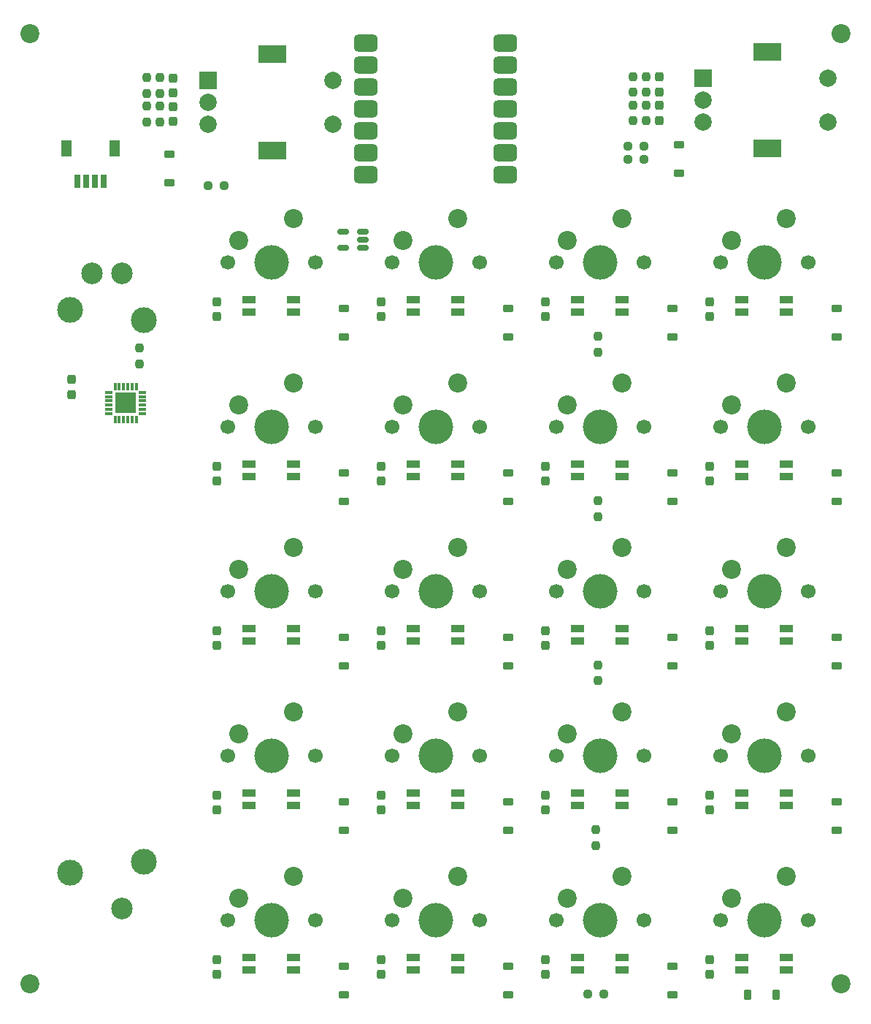
<source format=gbr>
%TF.GenerationSoftware,KiCad,Pcbnew,8.0.0*%
%TF.CreationDate,2024-11-26T10:36:05-05:00*%
%TF.ProjectId,macropad,6d616372-6f70-4616-942e-6b696361645f,v1.0*%
%TF.SameCoordinates,Original*%
%TF.FileFunction,Soldermask,Bot*%
%TF.FilePolarity,Negative*%
%FSLAX46Y46*%
G04 Gerber Fmt 4.6, Leading zero omitted, Abs format (unit mm)*
G04 Created by KiCad (PCBNEW 8.0.0) date 2024-11-26 10:36:05*
%MOMM*%
%LPD*%
G01*
G04 APERTURE LIST*
G04 Aperture macros list*
%AMRoundRect*
0 Rectangle with rounded corners*
0 $1 Rounding radius*
0 $2 $3 $4 $5 $6 $7 $8 $9 X,Y pos of 4 corners*
0 Add a 4 corners polygon primitive as box body*
4,1,4,$2,$3,$4,$5,$6,$7,$8,$9,$2,$3,0*
0 Add four circle primitives for the rounded corners*
1,1,$1+$1,$2,$3*
1,1,$1+$1,$4,$5*
1,1,$1+$1,$6,$7*
1,1,$1+$1,$8,$9*
0 Add four rect primitives between the rounded corners*
20,1,$1+$1,$2,$3,$4,$5,0*
20,1,$1+$1,$4,$5,$6,$7,0*
20,1,$1+$1,$6,$7,$8,$9,0*
20,1,$1+$1,$8,$9,$2,$3,0*%
G04 Aperture macros list end*
%ADD10RoundRect,0.082000X-0.718000X0.328000X-0.718000X-0.328000X0.718000X-0.328000X0.718000X0.328000X0*%
%ADD11C,1.700000*%
%ADD12C,4.000000*%
%ADD13C,2.200000*%
%ADD14R,2.000000X2.000000*%
%ADD15C,2.000000*%
%ADD16R,3.200000X2.000000*%
%ADD17C,3.000000*%
%ADD18C,2.500000*%
%ADD19RoundRect,0.237500X-0.237500X0.250000X-0.237500X-0.250000X0.237500X-0.250000X0.237500X0.250000X0*%
%ADD20RoundRect,0.237500X0.237500X-0.300000X0.237500X0.300000X-0.237500X0.300000X-0.237500X-0.300000X0*%
%ADD21RoundRect,0.225000X-0.225000X-0.375000X0.225000X-0.375000X0.225000X0.375000X-0.225000X0.375000X0*%
%ADD22RoundRect,0.225000X0.375000X-0.225000X0.375000X0.225000X-0.375000X0.225000X-0.375000X-0.225000X0*%
%ADD23RoundRect,0.075000X0.362500X0.075000X-0.362500X0.075000X-0.362500X-0.075000X0.362500X-0.075000X0*%
%ADD24RoundRect,0.075000X0.075000X0.362500X-0.075000X0.362500X-0.075000X-0.362500X0.075000X-0.362500X0*%
%ADD25R,2.450000X2.450000*%
%ADD26RoundRect,0.237500X0.250000X0.237500X-0.250000X0.237500X-0.250000X-0.237500X0.250000X-0.237500X0*%
%ADD27RoundRect,0.237500X0.237500X-0.250000X0.237500X0.250000X-0.237500X0.250000X-0.237500X-0.250000X0*%
%ADD28R,0.660400X1.549400*%
%ADD29R,1.295400X1.905000*%
%ADD30RoundRect,0.237500X-0.250000X-0.237500X0.250000X-0.237500X0.250000X0.237500X-0.250000X0.237500X0*%
%ADD31RoundRect,0.150000X0.512500X0.150000X-0.512500X0.150000X-0.512500X-0.150000X0.512500X-0.150000X0*%
%ADD32RoundRect,0.500000X0.875000X0.500000X-0.875000X0.500000X-0.875000X-0.500000X0.875000X-0.500000X0*%
%ADD33RoundRect,0.237500X-0.237500X0.300000X-0.237500X-0.300000X0.237500X-0.300000X0.237500X0.300000X0*%
G04 APERTURE END LIST*
D10*
%TO.C,LED14*%
X122390000Y-124587401D03*
X122390000Y-126087401D03*
X127590000Y-126087401D03*
X127590000Y-124587401D03*
%TD*%
D11*
%TO.C,SW13*%
X81810000Y-120257402D03*
D12*
X86890000Y-120257402D03*
D11*
X91970000Y-120257402D03*
D13*
X89430000Y-115177402D03*
X83080000Y-117717402D03*
%TD*%
D10*
%TO.C,LED9*%
X84290000Y-105537401D03*
X84290000Y-107037401D03*
X89490000Y-107037401D03*
X89490000Y-105537401D03*
%TD*%
D14*
%TO.C,SW21*%
X79524000Y-42105402D03*
D15*
X79524000Y-47105402D03*
X79524000Y-44605402D03*
D16*
X87024000Y-39005402D03*
X87024000Y-50205402D03*
D15*
X94024000Y-47105402D03*
X94024000Y-42105402D03*
%TD*%
D11*
%TO.C,SW12*%
X138960000Y-101207402D03*
D12*
X144040000Y-101207402D03*
D11*
X149120000Y-101207402D03*
D13*
X146580000Y-96127402D03*
X140230000Y-98667402D03*
%TD*%
D10*
%TO.C,LED20*%
X141440000Y-143637401D03*
X141440000Y-145137401D03*
X146640000Y-145137401D03*
X146640000Y-143637401D03*
%TD*%
D11*
%TO.C,SW4*%
X138960000Y-63107402D03*
D12*
X144040000Y-63107402D03*
D11*
X149120000Y-63107402D03*
D13*
X146580000Y-58027402D03*
X140230000Y-60567402D03*
%TD*%
D11*
%TO.C,SW15*%
X119910000Y-120257402D03*
D12*
X124990000Y-120257402D03*
D11*
X130070000Y-120257402D03*
D13*
X127530000Y-115177402D03*
X121180000Y-117717402D03*
%TD*%
%TO.C,H2*%
X152940000Y-36682402D03*
%TD*%
D11*
%TO.C,SW18*%
X100860000Y-139307402D03*
D12*
X105940000Y-139307402D03*
D11*
X111020000Y-139307402D03*
D13*
X108480000Y-134227402D03*
X102130000Y-136767402D03*
%TD*%
D10*
%TO.C,LED3*%
X122390000Y-67437401D03*
X122390000Y-68937401D03*
X127590000Y-68937401D03*
X127590000Y-67437401D03*
%TD*%
D11*
%TO.C,SW14*%
X100860000Y-120257402D03*
D12*
X105940000Y-120257402D03*
D11*
X111020000Y-120257402D03*
D13*
X108480000Y-115177402D03*
X102130000Y-117717402D03*
%TD*%
D10*
%TO.C,LED6*%
X122390000Y-86487401D03*
X122390000Y-87987401D03*
X127590000Y-87987401D03*
X127590000Y-86487401D03*
%TD*%
%TO.C,LED11*%
X122390000Y-105537401D03*
X122390000Y-107037401D03*
X127590000Y-107037401D03*
X127590000Y-105537401D03*
%TD*%
D11*
%TO.C,SW2*%
X100860000Y-63107402D03*
D12*
X105940000Y-63107402D03*
D11*
X111020000Y-63107402D03*
D13*
X108480000Y-58027402D03*
X102130000Y-60567402D03*
%TD*%
D10*
%TO.C,LED5*%
X141440000Y-86487401D03*
X141440000Y-87987401D03*
X146640000Y-87987401D03*
X146640000Y-86487401D03*
%TD*%
D14*
%TO.C,SW22*%
X136928000Y-41851402D03*
D15*
X136928000Y-46851402D03*
X136928000Y-44351402D03*
D16*
X144428000Y-38751402D03*
X144428000Y-49951402D03*
D15*
X151428000Y-46851402D03*
X151428000Y-41851402D03*
%TD*%
D11*
%TO.C,SW6*%
X100860000Y-82157402D03*
D12*
X105940000Y-82157402D03*
D11*
X111020000Y-82157402D03*
D13*
X108480000Y-77077402D03*
X102130000Y-79617402D03*
%TD*%
D11*
%TO.C,SW7*%
X119910000Y-82157402D03*
D12*
X124990000Y-82157402D03*
D11*
X130070000Y-82157402D03*
D13*
X127530000Y-77077402D03*
X121180000Y-79617402D03*
%TD*%
D10*
%TO.C,LED17*%
X84290000Y-143637401D03*
X84290000Y-145137401D03*
X89490000Y-145137401D03*
X89490000Y-143637401D03*
%TD*%
%TO.C,LED16*%
X84290000Y-124587401D03*
X84290000Y-126087401D03*
X89490000Y-126087401D03*
X89490000Y-124587401D03*
%TD*%
%TO.C,LED13*%
X141440000Y-124587401D03*
X141440000Y-126087401D03*
X146640000Y-126087401D03*
X146640000Y-124587401D03*
%TD*%
%TO.C,LED1*%
X84290000Y-67437401D03*
X84290000Y-68937401D03*
X89490000Y-68937401D03*
X89490000Y-67437401D03*
%TD*%
%TO.C,LED2*%
X103340000Y-67437401D03*
X103340000Y-68937401D03*
X108540000Y-68937401D03*
X108540000Y-67437401D03*
%TD*%
D11*
%TO.C,SW11*%
X119910000Y-101207402D03*
D12*
X124990000Y-101207402D03*
D11*
X130070000Y-101207402D03*
D13*
X127530000Y-96127402D03*
X121180000Y-98667402D03*
%TD*%
D10*
%TO.C,LED4*%
X141440000Y-67437401D03*
X141440000Y-68937401D03*
X146640000Y-68937401D03*
X146640000Y-67437401D03*
%TD*%
D13*
%TO.C,H1*%
X58940000Y-36682400D03*
%TD*%
D10*
%TO.C,LED10*%
X103340000Y-105537401D03*
X103340000Y-107037401D03*
X108540000Y-107037401D03*
X108540000Y-105537401D03*
%TD*%
D11*
%TO.C,SW3*%
X119910000Y-63107402D03*
D12*
X124990000Y-63107402D03*
D11*
X130070000Y-63107402D03*
D13*
X127530000Y-58027402D03*
X121180000Y-60567402D03*
%TD*%
D10*
%TO.C,LED21*%
X122390000Y-143637401D03*
X122390000Y-145137401D03*
X127590000Y-145137401D03*
X127590000Y-143637401D03*
%TD*%
D11*
%TO.C,SW5*%
X81810000Y-82157402D03*
D12*
X86890000Y-82157402D03*
D11*
X91970000Y-82157402D03*
D13*
X89430000Y-77077402D03*
X83080000Y-79617402D03*
%TD*%
D11*
%TO.C,SW16*%
X138960000Y-120257402D03*
D12*
X144040000Y-120257402D03*
D11*
X149120000Y-120257402D03*
D13*
X146580000Y-115177402D03*
X140230000Y-117717402D03*
%TD*%
D11*
%TO.C,SW17*%
X81810000Y-139307402D03*
D12*
X86890000Y-139307402D03*
D11*
X91970000Y-139307402D03*
D13*
X89430000Y-134227402D03*
X83080000Y-136767402D03*
%TD*%
D17*
%TO.C,RV1*%
X63590000Y-68607402D03*
X72090000Y-69807402D03*
X72090000Y-132607402D03*
X63590000Y-133807402D03*
D18*
X69590000Y-64457402D03*
X66090000Y-64457402D03*
X69590000Y-137957402D03*
%TD*%
D13*
%TO.C,H3*%
X58940000Y-146682400D03*
%TD*%
D11*
%TO.C,SW1*%
X81810000Y-63107402D03*
D12*
X86890000Y-63107402D03*
D11*
X91970000Y-63107402D03*
D13*
X89430000Y-58027402D03*
X83080000Y-60567402D03*
%TD*%
D11*
%TO.C,SW10*%
X100860000Y-101207402D03*
D12*
X105940000Y-101207402D03*
D11*
X111020000Y-101207402D03*
D13*
X108480000Y-96127402D03*
X102130000Y-98667402D03*
%TD*%
D10*
%TO.C,LED8*%
X84290000Y-86487401D03*
X84290000Y-87987401D03*
X89490000Y-87987401D03*
X89490000Y-86487401D03*
%TD*%
D11*
%TO.C,SW8*%
X138960000Y-82157402D03*
D12*
X144040000Y-82157402D03*
D11*
X149120000Y-82157402D03*
D13*
X146580000Y-77077402D03*
X140230000Y-79617402D03*
%TD*%
D10*
%TO.C,LED18*%
X103340000Y-143637401D03*
X103340000Y-145137401D03*
X108540000Y-145137401D03*
X108540000Y-143637401D03*
%TD*%
%TO.C,LED7*%
X103340000Y-86487401D03*
X103340000Y-87987401D03*
X108540000Y-87987401D03*
X108540000Y-86487401D03*
%TD*%
%TO.C,LED12*%
X141440000Y-105537401D03*
X141440000Y-107037401D03*
X146640000Y-107037401D03*
X146640000Y-105537401D03*
%TD*%
D11*
%TO.C,SW20*%
X138960000Y-139307402D03*
D12*
X144040000Y-139307402D03*
D11*
X149120000Y-139307402D03*
D13*
X146580000Y-134227402D03*
X140230000Y-136767402D03*
%TD*%
%TO.C,H4*%
X152940000Y-146682400D03*
%TD*%
D11*
%TO.C,SW19*%
X119910000Y-139307402D03*
D12*
X124990000Y-139307402D03*
D11*
X130070000Y-139307402D03*
D13*
X127530000Y-134227402D03*
X121180000Y-136767402D03*
%TD*%
D10*
%TO.C,LED15*%
X103340000Y-124587401D03*
X103340000Y-126087401D03*
X108540000Y-126087401D03*
X108540000Y-124587401D03*
%TD*%
D11*
%TO.C,SW9*%
X81810000Y-101207402D03*
D12*
X86890000Y-101207402D03*
D11*
X91970000Y-101207402D03*
D13*
X89430000Y-96127402D03*
X83080000Y-98667402D03*
%TD*%
D19*
%TO.C,R15*%
X124532800Y-128871802D03*
X124532800Y-130696802D03*
%TD*%
D20*
%TO.C,C8*%
X137690000Y-88454402D03*
X137690000Y-86729402D03*
%TD*%
D21*
%TO.C,D20*%
X142136000Y-147943402D03*
X145436000Y-147943402D03*
%TD*%
D22*
%TO.C,D15*%
X133372000Y-128891402D03*
X133372000Y-125591402D03*
%TD*%
%TO.C,D8*%
X152422000Y-90791402D03*
X152422000Y-87491402D03*
%TD*%
D20*
%TO.C,C22*%
X131848000Y-43395902D03*
X131848000Y-41670902D03*
%TD*%
%TO.C,C24*%
X118640000Y-145604402D03*
X118640000Y-143879402D03*
%TD*%
%TO.C,C13*%
X80540000Y-107504402D03*
X80540000Y-105779402D03*
%TD*%
D23*
%TO.C,U2*%
X71961900Y-78189602D03*
X71961900Y-78689602D03*
X71961900Y-79189602D03*
X71961900Y-79689602D03*
X71961900Y-80189602D03*
X71961900Y-80689602D03*
D24*
X71274400Y-81377102D03*
X70774400Y-81377102D03*
X70274400Y-81377102D03*
X69774400Y-81377102D03*
X69274400Y-81377102D03*
X68774400Y-81377102D03*
D23*
X68086900Y-80689602D03*
X68086900Y-80189602D03*
X68086900Y-79689602D03*
X68086900Y-79189602D03*
X68086900Y-78689602D03*
X68086900Y-78189602D03*
D24*
X68774400Y-77502102D03*
X69274400Y-77502102D03*
X69774400Y-77502102D03*
X70274400Y-77502102D03*
X70774400Y-77502102D03*
X71274400Y-77502102D03*
D25*
X70024400Y-79439602D03*
%TD*%
D20*
%TO.C,C15*%
X99590000Y-88454402D03*
X99590000Y-86729402D03*
%TD*%
D22*
%TO.C,D17*%
X95272000Y-147941402D03*
X95272000Y-144641402D03*
%TD*%
D26*
%TO.C,R17*%
X81399800Y-54217402D03*
X79574800Y-54217402D03*
%TD*%
D20*
%TO.C,C11*%
X118640000Y-107504402D03*
X118640000Y-105779402D03*
%TD*%
%TO.C,C12*%
X99590000Y-107504402D03*
X99590000Y-105779402D03*
%TD*%
%TO.C,C16*%
X137690000Y-126554402D03*
X137690000Y-124829402D03*
%TD*%
D22*
%TO.C,D14*%
X114322000Y-128891402D03*
X114322000Y-125591402D03*
%TD*%
%TO.C,D18*%
X114322000Y-147941402D03*
X114322000Y-144641402D03*
%TD*%
D19*
%TO.C,R14*%
X124812200Y-109771002D03*
X124812200Y-111596002D03*
%TD*%
D22*
%TO.C,D9*%
X95272000Y-109841402D03*
X95272000Y-106541402D03*
%TD*%
D20*
%TO.C,C6*%
X118640000Y-69404402D03*
X118640000Y-67679402D03*
%TD*%
%TO.C,C20*%
X80540000Y-145604402D03*
X80540000Y-143879402D03*
%TD*%
D22*
%TO.C,D22*%
X134134000Y-52819402D03*
X134134000Y-49519402D03*
%TD*%
D27*
%TO.C,R9*%
X128800000Y-43445902D03*
X128800000Y-41620902D03*
%TD*%
D28*
%TO.C,J1*%
X64440000Y-53780902D03*
X65440001Y-53780902D03*
X66439999Y-53780902D03*
X67440000Y-53780902D03*
D29*
X68739999Y-49905901D03*
X63140001Y-49905901D03*
%TD*%
D19*
%TO.C,R13*%
X124812200Y-90746402D03*
X124812200Y-92571402D03*
%TD*%
%TO.C,R4*%
X73936000Y-41724402D03*
X73936000Y-43549402D03*
%TD*%
D20*
%TO.C,C19*%
X80540000Y-126554402D03*
X80540000Y-124829402D03*
%TD*%
%TO.C,C21*%
X99590000Y-145604402D03*
X99590000Y-143879402D03*
%TD*%
D22*
%TO.C,D6*%
X114322000Y-90791402D03*
X114322000Y-87491402D03*
%TD*%
%TO.C,D7*%
X133372000Y-90791402D03*
X133372000Y-87491402D03*
%TD*%
D20*
%TO.C,C9*%
X118640000Y-88454402D03*
X118640000Y-86729402D03*
%TD*%
D22*
%TO.C,D12*%
X152422000Y-109841402D03*
X152422000Y-106541402D03*
%TD*%
D20*
%TO.C,C3*%
X80540000Y-69404402D03*
X80540000Y-67679402D03*
%TD*%
D30*
%TO.C,R2*%
X128245000Y-49645402D03*
X130070000Y-49645402D03*
%TD*%
D22*
%TO.C,D5*%
X95272000Y-90791402D03*
X95272000Y-87491402D03*
%TD*%
D20*
%TO.C,C14*%
X80540000Y-88454402D03*
X80540000Y-86729402D03*
%TD*%
%TO.C,C25*%
X131848000Y-46697902D03*
X131848000Y-44972902D03*
%TD*%
D22*
%TO.C,D1*%
X95272000Y-71741402D03*
X95272000Y-68441402D03*
%TD*%
D20*
%TO.C,C7*%
X137690000Y-69404402D03*
X137690000Y-67679402D03*
%TD*%
D22*
%TO.C,D3*%
X133372000Y-71741402D03*
X133372000Y-68441402D03*
%TD*%
D30*
%TO.C,R3*%
X128245000Y-51169402D03*
X130070000Y-51169402D03*
%TD*%
D19*
%TO.C,R5*%
X72412000Y-45026402D03*
X72412000Y-46851402D03*
%TD*%
D20*
%TO.C,C18*%
X99590000Y-126554402D03*
X99590000Y-124829402D03*
%TD*%
D31*
%TO.C,U3*%
X97507200Y-59581802D03*
X97507200Y-60531802D03*
X97507200Y-61481802D03*
X95232200Y-61481802D03*
X95232200Y-59581802D03*
%TD*%
D22*
%TO.C,D11*%
X133372000Y-109841402D03*
X133372000Y-106541402D03*
%TD*%
%TO.C,D16*%
X152422000Y-128891402D03*
X152422000Y-125591402D03*
%TD*%
D20*
%TO.C,C10*%
X137690000Y-107504402D03*
X137690000Y-105779402D03*
%TD*%
%TO.C,C5*%
X99590000Y-69404402D03*
X99590000Y-67679402D03*
%TD*%
D32*
%TO.C,U1*%
X114022500Y-37707402D03*
X114022500Y-40247402D03*
X114022500Y-42787402D03*
X114022500Y-45327402D03*
X114022500Y-47867402D03*
X114022500Y-50407402D03*
X114022500Y-52947402D03*
X97857500Y-52947402D03*
X97857500Y-50407402D03*
X97857500Y-47867402D03*
X97857500Y-45327402D03*
X97857500Y-42787402D03*
X97857500Y-40247402D03*
X97857500Y-37707402D03*
%TD*%
D20*
%TO.C,C4*%
X75460000Y-43499402D03*
X75460000Y-41774402D03*
%TD*%
D22*
%TO.C,D13*%
X95272000Y-128891402D03*
X95272000Y-125591402D03*
%TD*%
D19*
%TO.C,R10*%
X128800000Y-44925902D03*
X128800000Y-46750902D03*
%TD*%
D20*
%TO.C,C2*%
X75460000Y-46801402D03*
X75460000Y-45076402D03*
%TD*%
D27*
%TO.C,R1*%
X71599200Y-74893002D03*
X71599200Y-73068002D03*
%TD*%
D22*
%TO.C,D21*%
X75079000Y-53937002D03*
X75079000Y-50637002D03*
%TD*%
%TO.C,D10*%
X114322000Y-109841402D03*
X114322000Y-106541402D03*
%TD*%
D19*
%TO.C,R11*%
X130324000Y-44925902D03*
X130324000Y-46750902D03*
%TD*%
D22*
%TO.C,D4*%
X152422000Y-71741402D03*
X152422000Y-68441402D03*
%TD*%
D27*
%TO.C,R8*%
X72412000Y-43549402D03*
X72412000Y-41724402D03*
%TD*%
D19*
%TO.C,R6*%
X73936000Y-45026402D03*
X73936000Y-46851402D03*
%TD*%
D20*
%TO.C,C23*%
X137690000Y-145604402D03*
X137690000Y-143879402D03*
%TD*%
D26*
%TO.C,R16*%
X125447200Y-147914202D03*
X123622200Y-147914202D03*
%TD*%
D22*
%TO.C,D19*%
X133372000Y-147941402D03*
X133372000Y-144641402D03*
%TD*%
D33*
%TO.C,C1*%
X63768900Y-76718602D03*
X63768900Y-78443602D03*
%TD*%
D19*
%TO.C,R12*%
X124761400Y-71721802D03*
X124761400Y-73546802D03*
%TD*%
D20*
%TO.C,C17*%
X118640000Y-126554402D03*
X118640000Y-124829402D03*
%TD*%
D22*
%TO.C,D2*%
X114322000Y-71741402D03*
X114322000Y-68441402D03*
%TD*%
D19*
%TO.C,R7*%
X130324000Y-41620902D03*
X130324000Y-43445902D03*
%TD*%
M02*

</source>
